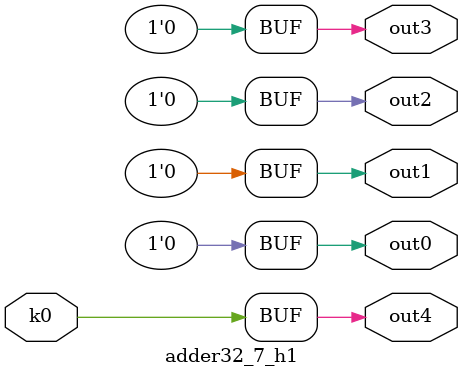
<source format=v>
module adder32_7(pi0, pi1, pi2, pi3, pi4, pi5, pi6, pi7, po0, po1, po2, po3, po4);
input pi0, pi1, pi2, pi3, pi4, pi5, pi6, pi7;
output po0, po1, po2, po3, po4;
wire k0;
adder32_7_w1 DUT1 (pi0, pi1, pi2, pi3, pi4, pi5, pi6, pi7, k0);
adder32_7_h1 DUT2 (k0, po0, po1, po2, po3, po4);
endmodule

module adder32_7_w1(in7, in6, in5, in4, in3, in2, in1, in0, k0);
input in7, in6, in5, in4, in3, in2, in1, in0;
output k0;
assign k0 =   ((in7 ^ in4) & (in1 | in0)) | (~in1 & ~in0 & (~in7 ^ in4));
endmodule

module adder32_7_h1(k0, out4, out3, out2, out1, out0);
input k0;
output out4, out3, out2, out1, out0;
assign out0 = 0;
assign out1 = 0;
assign out2 = 0;
assign out3 = 0;
assign out4 = k0;
endmodule

</source>
